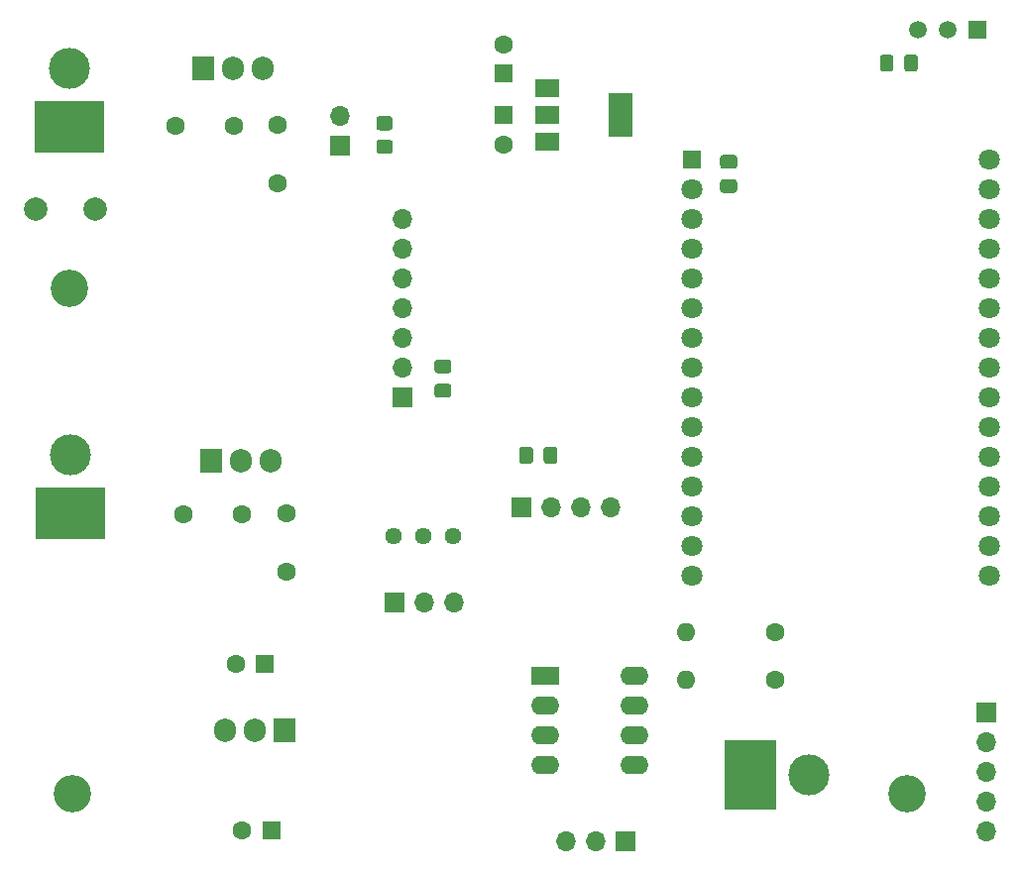
<source format=gbr>
%TF.GenerationSoftware,KiCad,Pcbnew,(5.1.10)-1*%
%TF.CreationDate,2021-09-14T14:55:47+02:00*%
%TF.ProjectId,FunctionGeneratorDDS,46756e63-7469-46f6-9e47-656e65726174,rev?*%
%TF.SameCoordinates,Original*%
%TF.FileFunction,Soldermask,Bot*%
%TF.FilePolarity,Negative*%
%FSLAX46Y46*%
G04 Gerber Fmt 4.6, Leading zero omitted, Abs format (unit mm)*
G04 Created by KiCad (PCBNEW (5.1.10)-1) date 2021-09-14 14:55:47*
%MOMM*%
%LPD*%
G01*
G04 APERTURE LIST*
%ADD10O,2.400000X1.600000*%
%ADD11R,2.400000X1.600000*%
%ADD12O,1.600000X1.600000*%
%ADD13C,1.600000*%
%ADD14R,1.500000X1.500000*%
%ADD15C,1.500000*%
%ADD16O,1.700000X1.700000*%
%ADD17R,1.700000X1.700000*%
%ADD18C,2.000000*%
%ADD19C,3.200000*%
%ADD20C,1.800000*%
%ADD21R,1.524000X1.524000*%
%ADD22O,1.905000X2.000000*%
%ADD23R,1.905000X2.000000*%
%ADD24R,2.000000X1.500000*%
%ADD25R,2.000000X3.800000*%
%ADD26C,1.440000*%
%ADD27C,3.500000*%
%ADD28R,4.500000X6.000000*%
%ADD29R,6.000000X4.500000*%
%ADD30R,1.600000X1.600000*%
G04 APERTURE END LIST*
D10*
%TO.C,U6*%
X110865920Y-118496080D03*
X103245920Y-126116080D03*
X110865920Y-121036080D03*
X103245920Y-123576080D03*
X110865920Y-123576080D03*
X103245920Y-121036080D03*
X110865920Y-126116080D03*
D11*
X103245920Y-118496080D03*
%TD*%
D12*
%TO.C,R3*%
X115251920Y-114792160D03*
D13*
X122871920Y-114792160D03*
%TD*%
D12*
%TO.C,R2*%
X115251920Y-118842160D03*
D13*
X122871920Y-118842160D03*
%TD*%
%TO.C,C12*%
G36*
G01*
X95001100Y-92643540D02*
X94051100Y-92643540D01*
G75*
G02*
X93801100Y-92393540I0J250000D01*
G01*
X93801100Y-91718540D01*
G75*
G02*
X94051100Y-91468540I250000J0D01*
G01*
X95001100Y-91468540D01*
G75*
G02*
X95251100Y-91718540I0J-250000D01*
G01*
X95251100Y-92393540D01*
G75*
G02*
X95001100Y-92643540I-250000J0D01*
G01*
G37*
G36*
G01*
X95001100Y-94718540D02*
X94051100Y-94718540D01*
G75*
G02*
X93801100Y-94468540I0J250000D01*
G01*
X93801100Y-93793540D01*
G75*
G02*
X94051100Y-93543540I250000J0D01*
G01*
X95001100Y-93543540D01*
G75*
G02*
X95251100Y-93793540I0J-250000D01*
G01*
X95251100Y-94468540D01*
G75*
G02*
X95001100Y-94718540I-250000J0D01*
G01*
G37*
%TD*%
%TO.C,C11*%
G36*
G01*
X102219340Y-99176820D02*
X102219340Y-100126820D01*
G75*
G02*
X101969340Y-100376820I-250000J0D01*
G01*
X101294340Y-100376820D01*
G75*
G02*
X101044340Y-100126820I0J250000D01*
G01*
X101044340Y-99176820D01*
G75*
G02*
X101294340Y-98926820I250000J0D01*
G01*
X101969340Y-98926820D01*
G75*
G02*
X102219340Y-99176820I0J-250000D01*
G01*
G37*
G36*
G01*
X104294340Y-99176820D02*
X104294340Y-100126820D01*
G75*
G02*
X104044340Y-100376820I-250000J0D01*
G01*
X103369340Y-100376820D01*
G75*
G02*
X103119340Y-100126820I0J250000D01*
G01*
X103119340Y-99176820D01*
G75*
G02*
X103369340Y-98926820I250000J0D01*
G01*
X104044340Y-98926820D01*
G75*
G02*
X104294340Y-99176820I0J-250000D01*
G01*
G37*
%TD*%
%TO.C,C10*%
G36*
G01*
X118450340Y-76070880D02*
X119400340Y-76070880D01*
G75*
G02*
X119650340Y-76320880I0J-250000D01*
G01*
X119650340Y-76995880D01*
G75*
G02*
X119400340Y-77245880I-250000J0D01*
G01*
X118450340Y-77245880D01*
G75*
G02*
X118200340Y-76995880I0J250000D01*
G01*
X118200340Y-76320880D01*
G75*
G02*
X118450340Y-76070880I250000J0D01*
G01*
G37*
G36*
G01*
X118450340Y-73995880D02*
X119400340Y-73995880D01*
G75*
G02*
X119650340Y-74245880I0J-250000D01*
G01*
X119650340Y-74920880D01*
G75*
G02*
X119400340Y-75170880I-250000J0D01*
G01*
X118450340Y-75170880D01*
G75*
G02*
X118200340Y-74920880I0J250000D01*
G01*
X118200340Y-74245880D01*
G75*
G02*
X118450340Y-73995880I250000J0D01*
G01*
G37*
%TD*%
%TO.C,C9*%
G36*
G01*
X133014300Y-65669140D02*
X133014300Y-66619140D01*
G75*
G02*
X132764300Y-66869140I-250000J0D01*
G01*
X132089300Y-66869140D01*
G75*
G02*
X131839300Y-66619140I0J250000D01*
G01*
X131839300Y-65669140D01*
G75*
G02*
X132089300Y-65419140I250000J0D01*
G01*
X132764300Y-65419140D01*
G75*
G02*
X133014300Y-65669140I0J-250000D01*
G01*
G37*
G36*
G01*
X135089300Y-65669140D02*
X135089300Y-66619140D01*
G75*
G02*
X134839300Y-66869140I-250000J0D01*
G01*
X134164300Y-66869140D01*
G75*
G02*
X133914300Y-66619140I0J250000D01*
G01*
X133914300Y-65669140D01*
G75*
G02*
X134164300Y-65419140I250000J0D01*
G01*
X134839300Y-65419140D01*
G75*
G02*
X135089300Y-65669140I0J-250000D01*
G01*
G37*
%TD*%
D14*
%TO.C,U7*%
X140167360Y-63294260D03*
D15*
X135087360Y-63294260D03*
X137627360Y-63294260D03*
%TD*%
%TO.C,R1*%
G36*
G01*
X89982461Y-71883320D02*
X89082459Y-71883320D01*
G75*
G02*
X88832460Y-71633321I0J249999D01*
G01*
X88832460Y-70933319D01*
G75*
G02*
X89082459Y-70683320I249999J0D01*
G01*
X89982461Y-70683320D01*
G75*
G02*
X90232460Y-70933319I0J-249999D01*
G01*
X90232460Y-71633321D01*
G75*
G02*
X89982461Y-71883320I-249999J0D01*
G01*
G37*
G36*
G01*
X89982461Y-73883320D02*
X89082459Y-73883320D01*
G75*
G02*
X88832460Y-73633321I0J249999D01*
G01*
X88832460Y-72933319D01*
G75*
G02*
X89082459Y-72683320I249999J0D01*
G01*
X89982461Y-72683320D01*
G75*
G02*
X90232460Y-72933319I0J-249999D01*
G01*
X90232460Y-73633321D01*
G75*
G02*
X89982461Y-73883320I-249999J0D01*
G01*
G37*
%TD*%
D16*
%TO.C,D1*%
X85758020Y-70672960D03*
D17*
X85758020Y-73212960D03*
%TD*%
D18*
%TO.C,F1*%
X59776360Y-78572520D03*
X64856360Y-78582520D03*
%TD*%
D19*
%TO.C,REF\u002A\u002A*%
X134170420Y-128549400D03*
%TD*%
%TO.C,REF\u002A\u002A*%
X62875160Y-128549400D03*
%TD*%
%TO.C,REF\u002A\u002A*%
X62644020Y-85354160D03*
%TD*%
D20*
%TO.C,U5*%
X141185900Y-74378820D03*
X141185900Y-76918820D03*
X141185900Y-79458820D03*
X141185900Y-81998820D03*
X141185900Y-84538820D03*
X141185900Y-87078820D03*
X141185900Y-89618820D03*
X141185900Y-92158820D03*
X141185900Y-94698820D03*
X141185900Y-97238820D03*
X141185900Y-99778820D03*
X141185900Y-102318820D03*
X141185900Y-104858820D03*
X141185900Y-107398820D03*
X141185900Y-109938820D03*
X115785900Y-109938820D03*
X115785900Y-107398820D03*
X115785900Y-104858820D03*
X115785900Y-102318820D03*
X115785900Y-99778820D03*
X115785900Y-97238820D03*
X115785900Y-94698820D03*
X115785900Y-92158820D03*
X115785900Y-89618820D03*
X115785900Y-87078820D03*
X115785900Y-84538820D03*
X115785900Y-81998820D03*
X115785900Y-79458820D03*
X115785900Y-76918820D03*
D21*
X115785900Y-74378820D03*
%TD*%
D22*
%TO.C,U4*%
X75895200Y-123131580D03*
X78435200Y-123131580D03*
D23*
X80975200Y-123131580D03*
%TD*%
D22*
%TO.C,U3*%
X79804260Y-100096320D03*
X77264260Y-100096320D03*
D23*
X74724260Y-100096320D03*
%TD*%
D22*
%TO.C,U2*%
X79121000Y-66626740D03*
X76581000Y-66626740D03*
D23*
X74041000Y-66626740D03*
%TD*%
D24*
%TO.C,U1*%
X103430940Y-72886600D03*
X103430940Y-68286600D03*
X103430940Y-70586600D03*
D25*
X109730940Y-70586600D03*
%TD*%
D16*
%TO.C,RV3*%
X95470980Y-112229900D03*
X92930980Y-112229900D03*
D17*
X90390980Y-112229900D03*
%TD*%
D16*
%TO.C,RV2*%
X105031540Y-132631180D03*
X107571540Y-132631180D03*
D17*
X110111540Y-132631180D03*
%TD*%
D26*
%TO.C,RV1*%
X90345260Y-106558080D03*
X92885260Y-106558080D03*
X95425260Y-106558080D03*
%TD*%
D16*
%TO.C,J6*%
X91028520Y-79420720D03*
X91028520Y-81960720D03*
X91028520Y-84500720D03*
X91028520Y-87040720D03*
X91028520Y-89580720D03*
X91028520Y-92120720D03*
D17*
X91028520Y-94660720D03*
%TD*%
D16*
%TO.C,J5*%
X140942060Y-131752340D03*
X140942060Y-129212340D03*
X140942060Y-126672340D03*
X140942060Y-124132340D03*
D17*
X140942060Y-121592340D03*
%TD*%
D16*
%TO.C,J4*%
X108866940Y-104096820D03*
X106326940Y-104096820D03*
X103786940Y-104096820D03*
D17*
X101246940Y-104096820D03*
%TD*%
D27*
%TO.C,J3*%
X125749060Y-126977140D03*
D28*
X120749060Y-126977140D03*
%TD*%
D27*
%TO.C,J2*%
X62613540Y-66592440D03*
D29*
X62613540Y-71592440D03*
%TD*%
D27*
%TO.C,J1*%
X62692280Y-99612440D03*
D29*
X62692280Y-104612440D03*
%TD*%
D13*
%TO.C,C8*%
X77372840Y-131721860D03*
D30*
X79872840Y-131721860D03*
%TD*%
D13*
%TO.C,C7*%
X81132680Y-109612440D03*
X81132680Y-104612440D03*
%TD*%
%TO.C,C6*%
X80424020Y-76434960D03*
X80424020Y-71434960D03*
%TD*%
%TO.C,C5*%
X99722940Y-73086600D03*
D30*
X99722940Y-70586600D03*
%TD*%
D13*
%TO.C,C4*%
X76819120Y-117457220D03*
D30*
X79319120Y-117457220D03*
%TD*%
D13*
%TO.C,C3*%
X77384920Y-104691180D03*
X72384920Y-104691180D03*
%TD*%
%TO.C,C2*%
X76676260Y-71513700D03*
X71676260Y-71513700D03*
%TD*%
%TO.C,C1*%
X99722940Y-64538220D03*
D30*
X99722940Y-67038220D03*
%TD*%
M02*

</source>
